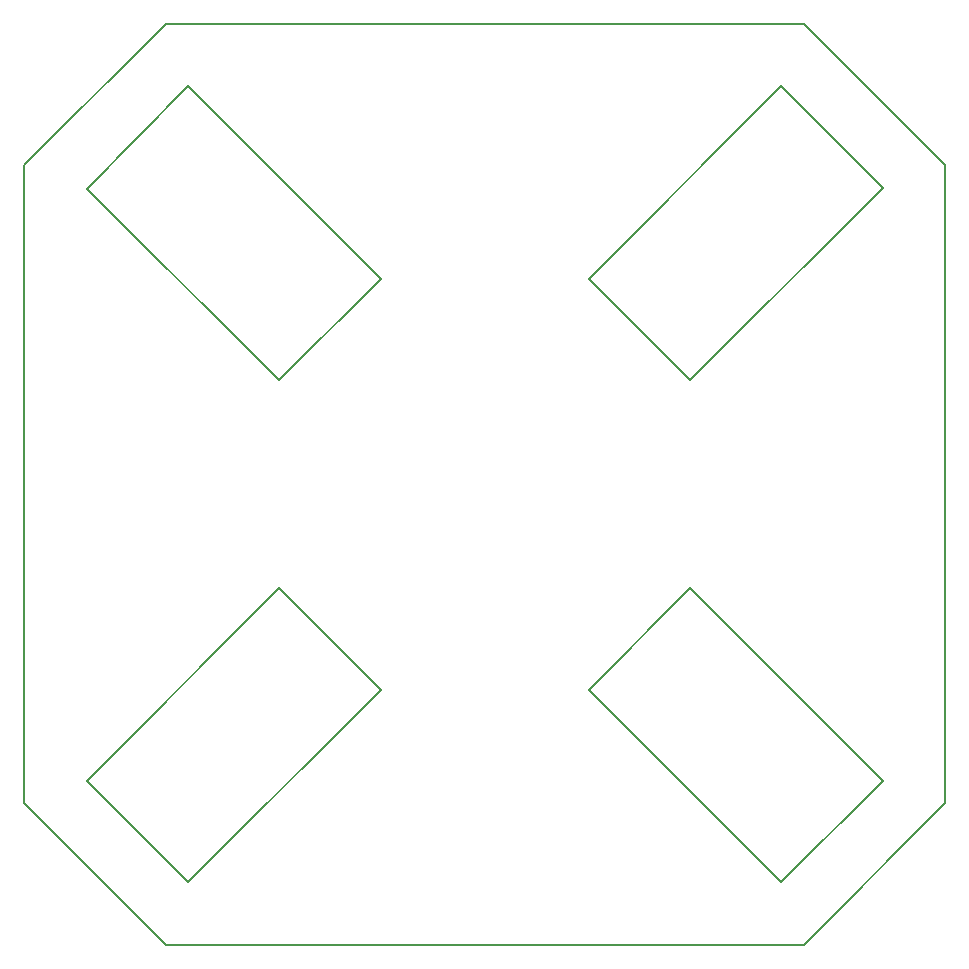
<source format=gm1>
G04 #@! TF.GenerationSoftware,KiCad,Pcbnew,5.1.5*
G04 #@! TF.CreationDate,2020-04-28T07:55:39-04:00*
G04 #@! TF.ProjectId,ball-spider,62616c6c-2d73-4706-9964-65722e6b6963,rev?*
G04 #@! TF.SameCoordinates,Original*
G04 #@! TF.FileFunction,Profile,NP*
%FSLAX46Y46*%
G04 Gerber Fmt 4.6, Leading zero omitted, Abs format (unit mm)*
G04 Created by KiCad (PCBNEW 5.1.5) date 2020-04-28 07:55:39*
%MOMM*%
%LPD*%
G04 APERTURE LIST*
%ADD10C,0.152400*%
G04 APERTURE END LIST*
D10*
X67400000Y-58800000D02*
X58800000Y-67400000D01*
X83700000Y-75100000D02*
X67400000Y-58800000D01*
X75100000Y-83700000D02*
X83700000Y-75100000D01*
X58800000Y-67400000D02*
X75100000Y-83700000D01*
X16300000Y-75100000D02*
X32600000Y-58800000D01*
X24900000Y-83700000D02*
X16300000Y-75100000D01*
X41200000Y-67400000D02*
X24900000Y-83700000D01*
X32600000Y-58800000D02*
X41200000Y-67400000D01*
X67400000Y-41200000D02*
X58800000Y-32600000D01*
X83700000Y-24900000D02*
X67400000Y-41200000D01*
X75100000Y-16300000D02*
X83700000Y-24900000D01*
X58800000Y-32600000D02*
X75100000Y-16300000D01*
X32600000Y-41200000D02*
X16300000Y-25000000D01*
X41200000Y-32600000D02*
X32600000Y-41200000D01*
X24900000Y-16300000D02*
X41200000Y-32600000D01*
X16300000Y-25000000D02*
X24900000Y-16300000D01*
X11000000Y-77000000D02*
X11000000Y-23000000D01*
X23000000Y-89000000D02*
X11000000Y-77000000D01*
X77000000Y-89000000D02*
X23000000Y-89000000D01*
X89000000Y-77000000D02*
X77000000Y-89000000D01*
X89000000Y-23000000D02*
X89000000Y-77000000D01*
X77000000Y-11000000D02*
X89000000Y-23000000D01*
X23000000Y-11000000D02*
X77000000Y-11000000D01*
X11000000Y-23000000D02*
X23000000Y-11000000D01*
M02*

</source>
